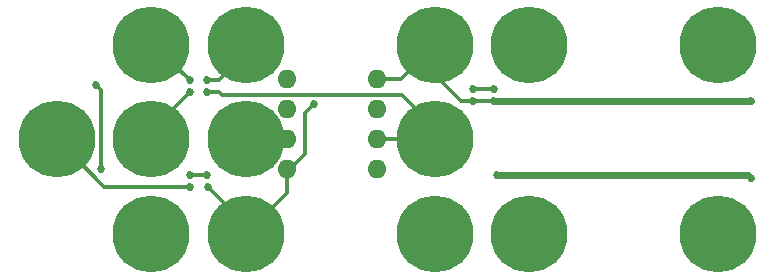
<source format=gbl>
G04 #@! TF.FileFunction,Copper,L2,Bot,Signal*
%FSLAX46Y46*%
G04 Gerber Fmt 4.6, Leading zero omitted, Abs format (unit mm)*
G04 Created by KiCad (PCBNEW (2015-08-15 BZR 6092)-product) date 3/13/2016 3:57:28 PM*
%MOMM*%
G01*
G04 APERTURE LIST*
%ADD10C,0.100000*%
%ADD11C,6.500000*%
%ADD12O,1.600000X1.600000*%
%ADD13C,0.685800*%
%ADD14C,0.304800*%
%ADD15C,0.609600*%
G04 APERTURE END LIST*
D10*
D11*
X169000000Y-56000000D03*
X169000000Y-40000000D03*
X145000000Y-56000000D03*
D12*
X132500000Y-42900000D03*
X132500000Y-45440000D03*
X132500000Y-47980000D03*
X132500000Y-50520000D03*
X140120000Y-50520000D03*
X140120000Y-47980000D03*
X140120000Y-45440000D03*
X140120000Y-42900000D03*
D11*
X129000000Y-48000000D03*
X145000000Y-48000000D03*
X129000000Y-40000000D03*
X129000000Y-56000000D03*
X145000000Y-40000000D03*
X121000000Y-48000000D03*
X121000000Y-56000000D03*
X153000000Y-40000000D03*
X153000000Y-56000000D03*
X113000000Y-48000000D03*
X121000000Y-40000000D03*
D13*
X125800000Y-52000000D03*
X124250000Y-52000000D03*
X134750000Y-45000000D03*
X148250000Y-43750000D03*
X150000000Y-43750000D03*
X148250000Y-44750000D03*
X171750000Y-44750000D03*
X150000000Y-44750000D03*
X150250000Y-51000000D03*
X171750000Y-51250000D03*
X116700000Y-50500000D03*
X116300000Y-43400000D03*
X124250000Y-44000000D03*
X125750000Y-44000000D03*
X124250000Y-43000000D03*
X125750000Y-43000000D03*
X124250000Y-51000000D03*
X125750000Y-51000000D03*
D14*
X113000000Y-48000000D02*
X117000000Y-52000000D01*
X125800000Y-52000000D02*
X129000000Y-55200000D01*
X124250000Y-52000000D02*
X117000000Y-52000000D01*
X134000000Y-49250000D02*
X132730000Y-50520000D01*
X134000000Y-45750000D02*
X134000000Y-49250000D01*
X134750000Y-45000000D02*
X134000000Y-45750000D01*
X132730000Y-50520000D02*
X132500000Y-50520000D01*
X150000000Y-43750000D02*
X148250000Y-43750000D01*
X132500000Y-50520000D02*
X132500000Y-52500000D01*
X132500000Y-52500000D02*
X129000000Y-56000000D01*
X129000000Y-56000000D02*
X129000000Y-55200000D01*
X150000000Y-44750000D02*
X148250000Y-44750000D01*
X147250000Y-44750000D02*
X148250000Y-44750000D01*
X147250000Y-44750000D02*
X145000000Y-42500000D01*
D15*
X171750000Y-44750000D02*
X150000000Y-44750000D01*
X171500000Y-51000000D02*
X150250000Y-51000000D01*
X171750000Y-51250000D02*
X171500000Y-51000000D01*
D14*
X145000000Y-40000000D02*
X145000000Y-42500000D01*
X140120000Y-42900000D02*
X142100000Y-42900000D01*
X142100000Y-42900000D02*
X145000000Y-40000000D01*
X116700000Y-43800000D02*
X116700000Y-50500000D01*
X116300000Y-43400000D02*
X116700000Y-43800000D01*
X145000000Y-48000000D02*
X145000000Y-47000000D01*
X145000000Y-47000000D02*
X142250000Y-44250000D01*
X124250000Y-44000000D02*
X121000000Y-47250000D01*
X126750000Y-44000000D02*
X125750000Y-44000000D01*
X127000000Y-44250000D02*
X126750000Y-44000000D01*
X142250000Y-44250000D02*
X127000000Y-44250000D01*
X121000000Y-47250000D02*
X121000000Y-48000000D01*
X140120000Y-47980000D02*
X144980000Y-47980000D01*
X144980000Y-47980000D02*
X145000000Y-48000000D01*
X145000000Y-48000000D02*
X145000000Y-47400000D01*
X121000000Y-46100000D02*
X121000000Y-48000000D01*
X129000000Y-40000000D02*
X129000000Y-40750000D01*
X129000000Y-40750000D02*
X126750000Y-43000000D01*
X124250000Y-43000000D02*
X121250000Y-40000000D01*
X126750000Y-43000000D02*
X125750000Y-43000000D01*
X121250000Y-40000000D02*
X121000000Y-40000000D01*
X125750000Y-51000000D02*
X124250000Y-51000000D01*
M02*

</source>
